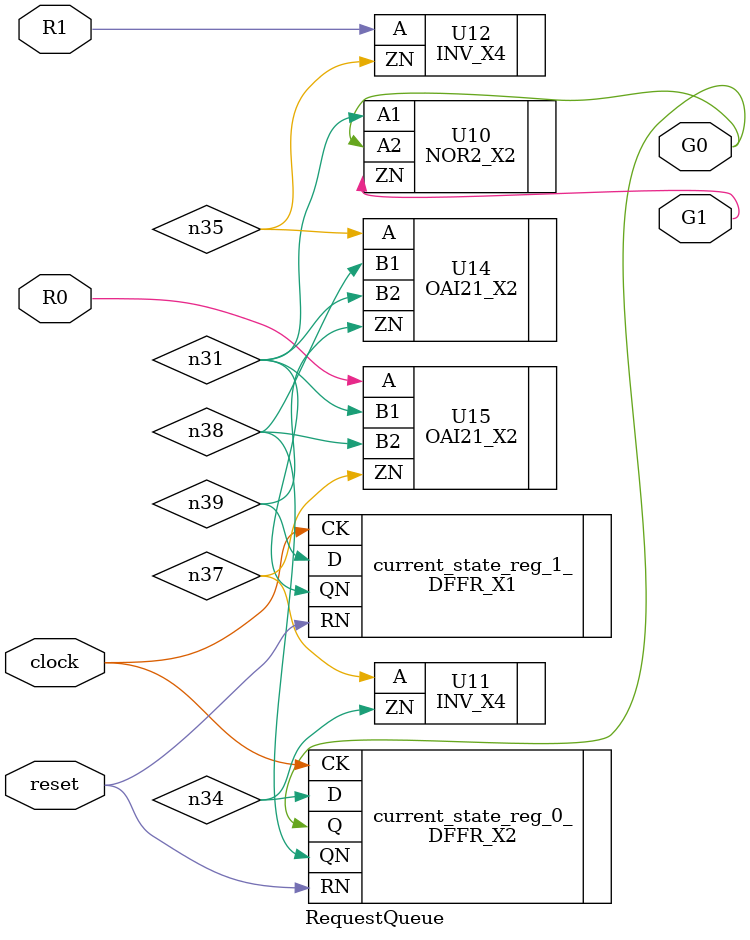
<source format=v>

module RequestQueue ( clock, reset, R0, R1, G0, G1 );
  input clock, reset, R0, R1;
  output G0, G1;
  wire   n31, n34, n35, n37, n38, n39;

  DFFR_X1 current_state_reg_1_ ( .D(n39), .CK(clock), .RN(reset), .QN(n31) );
  NOR2_X2 U10 ( .A1(n31), .A2(G0), .ZN(G1) );
  INV_X4 U11 ( .A(n37), .ZN(n34) );
  INV_X4 U12 ( .A(R1), .ZN(n35) );
  DFFR_X2 current_state_reg_0_ ( .D(n34), .CK(clock), .RN(reset), .Q(G0), .QN(
        n38) );
  OAI21_X2 U14 ( .B1(n38), .B2(n31), .A(n35), .ZN(n39) );
  OAI21_X2 U15 ( .B1(n31), .B2(n38), .A(R0), .ZN(n37) );
endmodule


</source>
